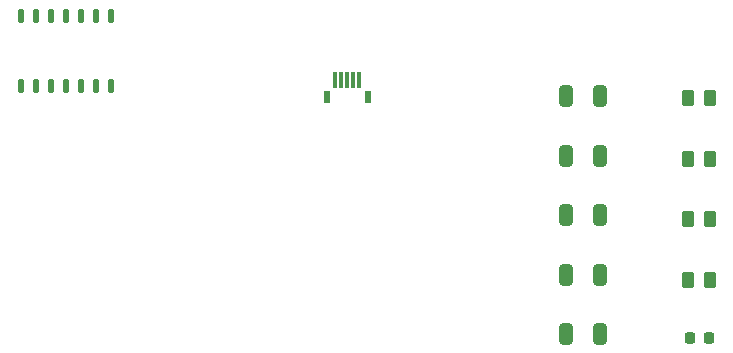
<source format=gbr>
%TF.GenerationSoftware,KiCad,Pcbnew,7.0.9*%
%TF.CreationDate,2024-06-23T11:57:03-04:00*%
%TF.ProjectId,WIRED-Seek-Board-revA1,57495245-442d-4536-9565-6b2d426f6172,Rev A1*%
%TF.SameCoordinates,Original*%
%TF.FileFunction,Paste,Top*%
%TF.FilePolarity,Positive*%
%FSLAX46Y46*%
G04 Gerber Fmt 4.6, Leading zero omitted, Abs format (unit mm)*
G04 Created by KiCad (PCBNEW 7.0.9) date 2024-06-23 11:57:03*
%MOMM*%
%LPD*%
G01*
G04 APERTURE LIST*
G04 Aperture macros list*
%AMRoundRect*
0 Rectangle with rounded corners*
0 $1 Rounding radius*
0 $2 $3 $4 $5 $6 $7 $8 $9 X,Y pos of 4 corners*
0 Add a 4 corners polygon primitive as box body*
4,1,4,$2,$3,$4,$5,$6,$7,$8,$9,$2,$3,0*
0 Add four circle primitives for the rounded corners*
1,1,$1+$1,$2,$3*
1,1,$1+$1,$4,$5*
1,1,$1+$1,$6,$7*
1,1,$1+$1,$8,$9*
0 Add four rect primitives between the rounded corners*
20,1,$1+$1,$2,$3,$4,$5,0*
20,1,$1+$1,$4,$5,$6,$7,0*
20,1,$1+$1,$6,$7,$8,$9,0*
20,1,$1+$1,$8,$9,$2,$3,0*%
G04 Aperture macros list end*
%ADD10RoundRect,0.250000X-0.262500X-0.450000X0.262500X-0.450000X0.262500X0.450000X-0.262500X0.450000X0*%
%ADD11O,0.560000X1.250000*%
%ADD12RoundRect,0.250000X-0.325000X-0.650000X0.325000X-0.650000X0.325000X0.650000X-0.325000X0.650000X0*%
%ADD13R,0.300000X1.400000*%
%ADD14R,0.520000X1.000000*%
%ADD15RoundRect,0.218750X-0.218750X-0.256250X0.218750X-0.256250X0.218750X0.256250X-0.218750X0.256250X0*%
G04 APERTURE END LIST*
D10*
%TO.C,R1*%
X183286400Y-102818100D03*
X185111400Y-102818100D03*
%TD*%
D11*
%TO.C,U1*%
X126771400Y-101794200D03*
X128041400Y-101794200D03*
X129311400Y-101794200D03*
X130581400Y-101794200D03*
X131851400Y-101794200D03*
X133121400Y-101794200D03*
X134391400Y-101794200D03*
X134391400Y-95834200D03*
X133121400Y-95834200D03*
X131851400Y-95834200D03*
X130581400Y-95834200D03*
X129311400Y-95834200D03*
X128041400Y-95834200D03*
X126771400Y-95834200D03*
%TD*%
D10*
%TO.C,R4*%
X183286400Y-107949400D03*
X185111400Y-107949400D03*
%TD*%
D12*
%TO.C,C2*%
X172894900Y-107684200D03*
X175844900Y-107684200D03*
%TD*%
%TO.C,C3*%
X172894900Y-112717000D03*
X175844900Y-112717000D03*
%TD*%
%TO.C,C5*%
X172894900Y-122782500D03*
X175844900Y-122782500D03*
%TD*%
%TO.C,C4*%
X172894900Y-117749700D03*
X175844900Y-117749700D03*
%TD*%
D13*
%TO.C,J4*%
X153406600Y-101242200D03*
X153906600Y-101242200D03*
X154406600Y-101242200D03*
X154906600Y-101242200D03*
X155406600Y-101242200D03*
D14*
X152666600Y-102692200D03*
X156146600Y-102692200D03*
%TD*%
D10*
%TO.C,R3*%
X183286400Y-118212100D03*
X185111400Y-118212100D03*
%TD*%
%TO.C,R2*%
X183286400Y-113080800D03*
X185111400Y-113080800D03*
%TD*%
D12*
%TO.C,C1*%
X172894900Y-102651500D03*
X175844900Y-102651500D03*
%TD*%
D15*
%TO.C,D1*%
X183431400Y-123163500D03*
X185006400Y-123163500D03*
%TD*%
M02*

</source>
